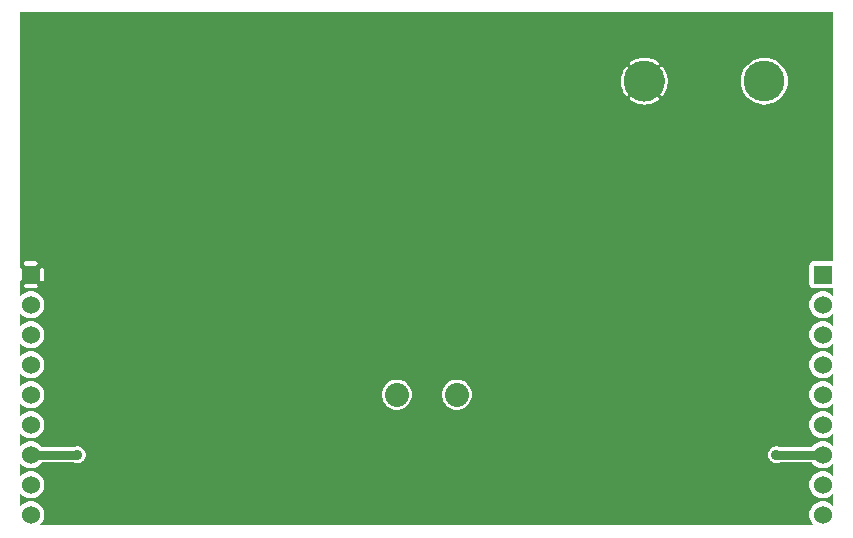
<source format=gbr>
G04 start of page 3 for group 1 idx 1 *
G04 Title: (unknown), bottom *
G04 Creator: pcb 20140316 *
G04 CreationDate: Thu 02 Jul 2020 08:53:44 PM GMT UTC *
G04 For: railfan *
G04 Format: Gerber/RS-274X *
G04 PCB-Dimensions (mil): 2750.00 2500.00 *
G04 PCB-Coordinate-Origin: lower left *
%MOIN*%
%FSLAX25Y25*%
%LNBOTTOM*%
%ADD32C,0.0315*%
%ADD31C,0.0960*%
%ADD30C,0.0420*%
%ADD29C,0.0200*%
%ADD28C,0.0360*%
%ADD27C,0.0800*%
%ADD26C,0.1360*%
%ADD25C,0.0600*%
%ADD24C,0.0300*%
%ADD23C,0.0001*%
G54D23*G36*
X249988Y173000D02*X273000D01*
Y89916D01*
X272965Y89931D01*
X272735Y89986D01*
X272500Y90000D01*
X266265Y89986D01*
X266035Y89931D01*
X265817Y89841D01*
X265616Y89717D01*
X265436Y89564D01*
X265283Y89384D01*
X265159Y89183D01*
X265069Y88965D01*
X265014Y88735D01*
X265000Y88500D01*
X265014Y82265D01*
X265069Y82035D01*
X265159Y81817D01*
X265283Y81616D01*
X265436Y81436D01*
X265616Y81283D01*
X265817Y81159D01*
X266035Y81069D01*
X266265Y81014D01*
X266500Y81000D01*
X272735Y81014D01*
X272965Y81069D01*
X273000Y81084D01*
Y78331D01*
X272692Y78692D01*
X272153Y79152D01*
X271549Y79522D01*
X270895Y79793D01*
X270206Y79958D01*
X269500Y80014D01*
X268794Y79958D01*
X268105Y79793D01*
X267451Y79522D01*
X266847Y79152D01*
X266308Y78692D01*
X265848Y78153D01*
X265478Y77549D01*
X265207Y76895D01*
X265042Y76206D01*
X264986Y75500D01*
X265042Y74794D01*
X265207Y74105D01*
X265478Y73451D01*
X265848Y72847D01*
X266308Y72308D01*
X266847Y71848D01*
X267451Y71478D01*
X268105Y71207D01*
X268794Y71042D01*
X269500Y70986D01*
X270206Y71042D01*
X270895Y71207D01*
X271549Y71478D01*
X272153Y71848D01*
X272692Y72308D01*
X273000Y72669D01*
Y68331D01*
X272692Y68692D01*
X272153Y69152D01*
X271549Y69522D01*
X270895Y69793D01*
X270206Y69958D01*
X269500Y70014D01*
X268794Y69958D01*
X268105Y69793D01*
X267451Y69522D01*
X266847Y69152D01*
X266308Y68692D01*
X265848Y68153D01*
X265478Y67549D01*
X265207Y66895D01*
X265042Y66206D01*
X264986Y65500D01*
X265042Y64794D01*
X265207Y64105D01*
X265478Y63451D01*
X265848Y62847D01*
X266308Y62308D01*
X266847Y61848D01*
X267451Y61478D01*
X268105Y61207D01*
X268794Y61042D01*
X269500Y60986D01*
X270206Y61042D01*
X270895Y61207D01*
X271549Y61478D01*
X272153Y61848D01*
X272692Y62308D01*
X273000Y62669D01*
Y58331D01*
X272692Y58692D01*
X272153Y59152D01*
X271549Y59522D01*
X270895Y59793D01*
X270206Y59958D01*
X269500Y60014D01*
X268794Y59958D01*
X268105Y59793D01*
X267451Y59522D01*
X266847Y59152D01*
X266308Y58692D01*
X265848Y58153D01*
X265478Y57549D01*
X265207Y56895D01*
X265042Y56206D01*
X264986Y55500D01*
X265042Y54794D01*
X265207Y54105D01*
X265478Y53451D01*
X265848Y52847D01*
X266308Y52308D01*
X266847Y51848D01*
X267451Y51478D01*
X268105Y51207D01*
X268794Y51042D01*
X269500Y50986D01*
X270206Y51042D01*
X270895Y51207D01*
X271549Y51478D01*
X272153Y51848D01*
X272692Y52308D01*
X273000Y52669D01*
Y48331D01*
X272692Y48692D01*
X272153Y49152D01*
X271549Y49522D01*
X270895Y49793D01*
X270206Y49958D01*
X269500Y50014D01*
X268794Y49958D01*
X268105Y49793D01*
X267451Y49522D01*
X266847Y49152D01*
X266308Y48692D01*
X265848Y48153D01*
X265478Y47549D01*
X265207Y46895D01*
X265042Y46206D01*
X264986Y45500D01*
X265042Y44794D01*
X265207Y44105D01*
X265478Y43451D01*
X265848Y42847D01*
X266308Y42308D01*
X266847Y41848D01*
X267451Y41478D01*
X268105Y41207D01*
X268794Y41042D01*
X269500Y40986D01*
X270206Y41042D01*
X270895Y41207D01*
X271549Y41478D01*
X272153Y41848D01*
X272692Y42308D01*
X273000Y42669D01*
Y38331D01*
X272692Y38692D01*
X272153Y39152D01*
X271549Y39522D01*
X270895Y39793D01*
X270206Y39958D01*
X269500Y40014D01*
X268794Y39958D01*
X268105Y39793D01*
X267451Y39522D01*
X266847Y39152D01*
X266308Y38692D01*
X265848Y38153D01*
X265478Y37549D01*
X265207Y36895D01*
X265042Y36206D01*
X264986Y35500D01*
X265042Y34794D01*
X265207Y34105D01*
X265478Y33451D01*
X265848Y32847D01*
X266308Y32308D01*
X266847Y31848D01*
X267451Y31478D01*
X268105Y31207D01*
X268794Y31042D01*
X269500Y30986D01*
X270206Y31042D01*
X270895Y31207D01*
X271549Y31478D01*
X272153Y31848D01*
X272692Y32308D01*
X273000Y32669D01*
Y28331D01*
X272692Y28692D01*
X272153Y29152D01*
X271549Y29522D01*
X270895Y29793D01*
X270206Y29958D01*
X269500Y30014D01*
X268794Y29958D01*
X268105Y29793D01*
X267451Y29522D01*
X266847Y29152D01*
X266308Y28692D01*
X265848Y28153D01*
X265754Y28000D01*
X255279D01*
X255275Y28003D01*
X254868Y28171D01*
X254439Y28274D01*
X254000Y28309D01*
X253561Y28274D01*
X253132Y28171D01*
X252725Y28003D01*
X252349Y27772D01*
X252014Y27486D01*
X251728Y27151D01*
X251497Y26775D01*
X251329Y26368D01*
X251226Y25939D01*
X251191Y25500D01*
X251226Y25061D01*
X251329Y24632D01*
X251497Y24225D01*
X251728Y23849D01*
X252014Y23514D01*
X252349Y23228D01*
X252725Y22997D01*
X253132Y22829D01*
X253561Y22726D01*
X254000Y22691D01*
X254439Y22726D01*
X254868Y22829D01*
X255275Y22997D01*
X255279Y23000D01*
X265754D01*
X265848Y22847D01*
X266308Y22308D01*
X266847Y21848D01*
X267451Y21478D01*
X268105Y21207D01*
X268794Y21042D01*
X269500Y20986D01*
X270206Y21042D01*
X270895Y21207D01*
X271549Y21478D01*
X272153Y21848D01*
X272692Y22308D01*
X273000Y22669D01*
Y18331D01*
X272692Y18692D01*
X272153Y19152D01*
X271549Y19522D01*
X270895Y19793D01*
X270206Y19958D01*
X269500Y20014D01*
X268794Y19958D01*
X268105Y19793D01*
X267451Y19522D01*
X266847Y19152D01*
X266308Y18692D01*
X265848Y18153D01*
X265478Y17549D01*
X265207Y16895D01*
X265042Y16206D01*
X264986Y15500D01*
X265042Y14794D01*
X265207Y14105D01*
X265478Y13451D01*
X265848Y12847D01*
X266308Y12308D01*
X266847Y11848D01*
X267451Y11478D01*
X268105Y11207D01*
X268794Y11042D01*
X269500Y10986D01*
X270206Y11042D01*
X270895Y11207D01*
X271549Y11478D01*
X272153Y11848D01*
X272692Y12308D01*
X273000Y12669D01*
Y8331D01*
X272692Y8692D01*
X272153Y9152D01*
X271549Y9522D01*
X270895Y9793D01*
X270206Y9958D01*
X269500Y10014D01*
X268794Y9958D01*
X268105Y9793D01*
X267451Y9522D01*
X266847Y9152D01*
X266308Y8692D01*
X265848Y8153D01*
X265478Y7549D01*
X265207Y6895D01*
X265042Y6206D01*
X264986Y5500D01*
X265042Y4794D01*
X265207Y4105D01*
X265478Y3451D01*
X265848Y2847D01*
X266308Y2308D01*
X266669Y2000D01*
X249988D01*
Y142177D01*
X250000Y142176D01*
X251224Y142272D01*
X252418Y142559D01*
X253552Y143029D01*
X254599Y143670D01*
X255532Y144468D01*
X256330Y145401D01*
X256971Y146448D01*
X257441Y147582D01*
X257728Y148776D01*
X257800Y150000D01*
X257728Y151224D01*
X257441Y152418D01*
X256971Y153552D01*
X256330Y154599D01*
X255532Y155532D01*
X254599Y156330D01*
X253552Y156971D01*
X252418Y157441D01*
X251224Y157728D01*
X250000Y157824D01*
X249988Y157823D01*
Y173000D01*
G37*
G36*
X216559Y151781D02*X216684Y151253D01*
X216771Y150629D01*
X216800Y150000D01*
X216771Y149371D01*
X216684Y148747D01*
X216559Y148219D01*
Y151781D01*
G37*
G36*
Y173000D02*X249988D01*
Y157823D01*
X248776Y157728D01*
X247582Y157441D01*
X246448Y156971D01*
X245401Y156330D01*
X244468Y155532D01*
X243670Y154599D01*
X243029Y153552D01*
X242559Y152418D01*
X242272Y151224D01*
X242176Y150000D01*
X242272Y148776D01*
X242559Y147582D01*
X243029Y146448D01*
X243670Y145401D01*
X244468Y144468D01*
X245401Y143670D01*
X246448Y143029D01*
X247582Y142559D01*
X248776Y142272D01*
X249988Y142177D01*
Y2000D01*
X216559D01*
Y145775D01*
X216633Y145880D01*
X216986Y146511D01*
X217278Y147173D01*
X217509Y147858D01*
X217675Y148562D01*
X217775Y149278D01*
X217808Y150000D01*
X217775Y150722D01*
X217675Y151438D01*
X217509Y152142D01*
X217278Y152827D01*
X216986Y153489D01*
X216633Y154120D01*
X216559Y154228D01*
Y173000D01*
G37*
G36*
X210004D02*X216559D01*
Y154228D01*
X216224Y154716D01*
X216171Y154776D01*
X216109Y154826D01*
X216040Y154867D01*
X215966Y154896D01*
X215888Y154913D01*
X215808Y154917D01*
X215729Y154910D01*
X215651Y154889D01*
X215578Y154857D01*
X215511Y154814D01*
X215451Y154761D01*
X215401Y154699D01*
X215360Y154630D01*
X215331Y154556D01*
X215314Y154478D01*
X215310Y154398D01*
X215318Y154319D01*
X215338Y154242D01*
X215370Y154169D01*
X215414Y154102D01*
X215777Y153588D01*
X216084Y153038D01*
X216339Y152462D01*
X216539Y151865D01*
X216559Y151781D01*
Y148219D01*
X216539Y148135D01*
X216339Y147538D01*
X216084Y146962D01*
X215777Y146412D01*
X215420Y145893D01*
X215376Y145828D01*
X215345Y145756D01*
X215325Y145680D01*
X215317Y145601D01*
X215322Y145523D01*
X215338Y145446D01*
X215367Y145373D01*
X215407Y145305D01*
X215457Y145244D01*
X215516Y145192D01*
X215582Y145149D01*
X215654Y145118D01*
X215730Y145098D01*
X215808Y145090D01*
X215887Y145095D01*
X215964Y145111D01*
X216037Y145140D01*
X216105Y145180D01*
X216166Y145230D01*
X216217Y145289D01*
X216559Y145775D01*
Y2000D01*
X210004D01*
Y142192D01*
X210722Y142225D01*
X211438Y142325D01*
X212142Y142491D01*
X212827Y142722D01*
X213489Y143014D01*
X214120Y143367D01*
X214716Y143776D01*
X214776Y143829D01*
X214826Y143891D01*
X214867Y143960D01*
X214896Y144034D01*
X214913Y144112D01*
X214917Y144192D01*
X214910Y144271D01*
X214889Y144349D01*
X214857Y144422D01*
X214814Y144489D01*
X214761Y144549D01*
X214699Y144599D01*
X214630Y144640D01*
X214556Y144669D01*
X214478Y144686D01*
X214398Y144690D01*
X214319Y144682D01*
X214242Y144662D01*
X214169Y144630D01*
X214102Y144586D01*
X213588Y144223D01*
X213038Y143916D01*
X212462Y143661D01*
X211865Y143461D01*
X211253Y143316D01*
X210629Y143229D01*
X210004Y143200D01*
Y156800D01*
X210629Y156771D01*
X211253Y156684D01*
X211865Y156539D01*
X212462Y156339D01*
X213038Y156084D01*
X213588Y155777D01*
X214107Y155420D01*
X214172Y155376D01*
X214244Y155345D01*
X214320Y155325D01*
X214399Y155317D01*
X214477Y155322D01*
X214554Y155338D01*
X214627Y155367D01*
X214695Y155407D01*
X214756Y155457D01*
X214808Y155516D01*
X214851Y155582D01*
X214882Y155654D01*
X214902Y155730D01*
X214910Y155808D01*
X214905Y155887D01*
X214889Y155964D01*
X214860Y156037D01*
X214820Y156105D01*
X214770Y156166D01*
X214711Y156217D01*
X214120Y156633D01*
X213489Y156986D01*
X212827Y157278D01*
X212142Y157509D01*
X211438Y157675D01*
X210722Y157775D01*
X210004Y157808D01*
Y173000D01*
G37*
G36*
X203441D02*X210004D01*
Y157808D01*
X210000Y157808D01*
X209278Y157775D01*
X208562Y157675D01*
X207858Y157509D01*
X207173Y157278D01*
X206511Y156986D01*
X205880Y156633D01*
X205284Y156224D01*
X205224Y156171D01*
X205174Y156109D01*
X205133Y156040D01*
X205104Y155966D01*
X205087Y155888D01*
X205083Y155808D01*
X205090Y155729D01*
X205111Y155651D01*
X205143Y155578D01*
X205186Y155511D01*
X205239Y155451D01*
X205301Y155401D01*
X205370Y155360D01*
X205444Y155331D01*
X205522Y155314D01*
X205602Y155310D01*
X205681Y155318D01*
X205758Y155338D01*
X205831Y155370D01*
X205898Y155414D01*
X206412Y155777D01*
X206962Y156084D01*
X207538Y156339D01*
X208135Y156539D01*
X208747Y156684D01*
X209371Y156771D01*
X210000Y156800D01*
X210004Y156800D01*
Y143200D01*
X210000Y143200D01*
X209371Y143229D01*
X208747Y143316D01*
X208135Y143461D01*
X207538Y143661D01*
X206962Y143916D01*
X206412Y144223D01*
X205893Y144580D01*
X205828Y144624D01*
X205756Y144655D01*
X205680Y144675D01*
X205601Y144683D01*
X205523Y144678D01*
X205446Y144662D01*
X205373Y144633D01*
X205305Y144593D01*
X205244Y144543D01*
X205192Y144484D01*
X205149Y144418D01*
X205118Y144346D01*
X205098Y144270D01*
X205090Y144192D01*
X205095Y144113D01*
X205111Y144036D01*
X205140Y143963D01*
X205180Y143895D01*
X205230Y143834D01*
X205289Y143783D01*
X205880Y143367D01*
X206511Y143014D01*
X207173Y142722D01*
X207858Y142491D01*
X208562Y142325D01*
X209278Y142225D01*
X210000Y142192D01*
X210004Y142192D01*
Y2000D01*
X203441D01*
Y145772D01*
X203776Y145284D01*
X203829Y145224D01*
X203891Y145174D01*
X203960Y145133D01*
X204034Y145104D01*
X204112Y145087D01*
X204192Y145083D01*
X204271Y145090D01*
X204349Y145111D01*
X204422Y145143D01*
X204489Y145186D01*
X204549Y145239D01*
X204599Y145301D01*
X204640Y145370D01*
X204669Y145444D01*
X204686Y145522D01*
X204690Y145602D01*
X204682Y145681D01*
X204662Y145758D01*
X204630Y145831D01*
X204586Y145898D01*
X204223Y146412D01*
X203916Y146962D01*
X203661Y147538D01*
X203461Y148135D01*
X203441Y148219D01*
Y151781D01*
X203461Y151865D01*
X203661Y152462D01*
X203916Y153038D01*
X204223Y153588D01*
X204580Y154107D01*
X204624Y154172D01*
X204655Y154244D01*
X204675Y154320D01*
X204683Y154399D01*
X204678Y154477D01*
X204662Y154554D01*
X204633Y154627D01*
X204593Y154695D01*
X204543Y154756D01*
X204484Y154808D01*
X204418Y154851D01*
X204346Y154882D01*
X204270Y154902D01*
X204192Y154910D01*
X204113Y154905D01*
X204036Y154889D01*
X203963Y154860D01*
X203895Y154820D01*
X203834Y154770D01*
X203783Y154711D01*
X203441Y154225D01*
Y173000D01*
G37*
G36*
Y148219D02*X203316Y148747D01*
X203229Y149371D01*
X203200Y150000D01*
X203229Y150629D01*
X203316Y151253D01*
X203441Y151781D01*
Y148219D01*
G37*
G36*
X147492Y173000D02*X203441D01*
Y154225D01*
X203367Y154120D01*
X203014Y153489D01*
X202722Y152827D01*
X202491Y152142D01*
X202325Y151438D01*
X202225Y150722D01*
X202192Y150000D01*
X202225Y149278D01*
X202325Y148562D01*
X202491Y147858D01*
X202722Y147173D01*
X203014Y146511D01*
X203367Y145880D01*
X203441Y145772D01*
Y2000D01*
X147492D01*
Y40485D01*
X147500Y40485D01*
X148285Y40546D01*
X149050Y40730D01*
X149777Y41031D01*
X150448Y41442D01*
X151046Y41954D01*
X151558Y42552D01*
X151969Y43223D01*
X152270Y43950D01*
X152454Y44715D01*
X152500Y45500D01*
X152454Y46285D01*
X152270Y47050D01*
X151969Y47777D01*
X151558Y48448D01*
X151046Y49046D01*
X150448Y49558D01*
X149777Y49969D01*
X149050Y50270D01*
X148285Y50454D01*
X147500Y50515D01*
X147492Y50515D01*
Y173000D01*
G37*
G36*
X127492D02*X147492D01*
Y50515D01*
X146715Y50454D01*
X145950Y50270D01*
X145223Y49969D01*
X144552Y49558D01*
X143954Y49046D01*
X143442Y48448D01*
X143031Y47777D01*
X142730Y47050D01*
X142546Y46285D01*
X142485Y45500D01*
X142546Y44715D01*
X142730Y43950D01*
X143031Y43223D01*
X143442Y42552D01*
X143954Y41954D01*
X144552Y41442D01*
X145223Y41031D01*
X145950Y40730D01*
X146715Y40546D01*
X147492Y40485D01*
Y2000D01*
X127492D01*
Y40485D01*
X127500Y40485D01*
X128285Y40546D01*
X129050Y40730D01*
X129777Y41031D01*
X130448Y41442D01*
X131046Y41954D01*
X131558Y42552D01*
X131969Y43223D01*
X132270Y43950D01*
X132454Y44715D01*
X132500Y45500D01*
X132454Y46285D01*
X132270Y47050D01*
X131969Y47777D01*
X131558Y48448D01*
X131046Y49046D01*
X130448Y49558D01*
X129777Y49969D01*
X129050Y50270D01*
X128285Y50454D01*
X127500Y50515D01*
X127492Y50515D01*
Y173000D01*
G37*
G36*
X9250Y23000D02*X19721D01*
X19725Y22997D01*
X20132Y22829D01*
X20561Y22726D01*
X21000Y22691D01*
X21439Y22726D01*
X21868Y22829D01*
X22275Y22997D01*
X22651Y23228D01*
X22986Y23514D01*
X23272Y23849D01*
X23503Y24225D01*
X23671Y24632D01*
X23774Y25061D01*
X23800Y25500D01*
X23774Y25939D01*
X23671Y26368D01*
X23503Y26775D01*
X23272Y27151D01*
X22986Y27486D01*
X22651Y27772D01*
X22275Y28003D01*
X21868Y28171D01*
X21439Y28274D01*
X21000Y28309D01*
X20561Y28274D01*
X20132Y28171D01*
X19725Y28003D01*
X19721Y28000D01*
X9250D01*
Y33007D01*
X9522Y33451D01*
X9793Y34105D01*
X9958Y34794D01*
X10000Y35500D01*
X9958Y36206D01*
X9793Y36895D01*
X9522Y37549D01*
X9250Y37993D01*
Y43007D01*
X9522Y43451D01*
X9793Y44105D01*
X9958Y44794D01*
X10000Y45500D01*
X9958Y46206D01*
X9793Y46895D01*
X9522Y47549D01*
X9250Y47993D01*
Y53007D01*
X9522Y53451D01*
X9793Y54105D01*
X9958Y54794D01*
X10000Y55500D01*
X9958Y56206D01*
X9793Y56895D01*
X9522Y57549D01*
X9250Y57993D01*
Y63007D01*
X9522Y63451D01*
X9793Y64105D01*
X9958Y64794D01*
X10000Y65500D01*
X9958Y66206D01*
X9793Y66895D01*
X9522Y67549D01*
X9250Y67993D01*
Y73007D01*
X9522Y73451D01*
X9793Y74105D01*
X9958Y74794D01*
X10000Y75500D01*
X9958Y76206D01*
X9793Y76895D01*
X9522Y77549D01*
X9250Y77993D01*
Y83248D01*
X9368Y83257D01*
X9482Y83285D01*
X9592Y83330D01*
X9692Y83391D01*
X9782Y83468D01*
X9859Y83558D01*
X9920Y83658D01*
X9965Y83768D01*
X9993Y83882D01*
X10000Y84000D01*
Y87000D01*
X9993Y87118D01*
X9965Y87232D01*
X9920Y87342D01*
X9859Y87442D01*
X9782Y87532D01*
X9692Y87609D01*
X9592Y87670D01*
X9482Y87715D01*
X9368Y87743D01*
X9250Y87752D01*
Y173000D01*
X127492D01*
Y50515D01*
X126715Y50454D01*
X125950Y50270D01*
X125223Y49969D01*
X124552Y49558D01*
X123954Y49046D01*
X123442Y48448D01*
X123031Y47777D01*
X122730Y47050D01*
X122546Y46285D01*
X122485Y45500D01*
X122546Y44715D01*
X122730Y43950D01*
X123031Y43223D01*
X123442Y42552D01*
X123954Y41954D01*
X124552Y41442D01*
X125223Y41031D01*
X125950Y40730D01*
X126715Y40546D01*
X127492Y40485D01*
Y2000D01*
X9250D01*
Y3007D01*
X9522Y3451D01*
X9793Y4105D01*
X9958Y4794D01*
X10000Y5500D01*
X9958Y6206D01*
X9793Y6895D01*
X9522Y7549D01*
X9250Y7993D01*
Y13007D01*
X9522Y13451D01*
X9793Y14105D01*
X9958Y14794D01*
X10000Y15500D01*
X9958Y16206D01*
X9793Y16895D01*
X9522Y17549D01*
X9250Y17993D01*
Y23000D01*
G37*
G36*
Y7993D02*X9152Y8153D01*
X8692Y8692D01*
X8153Y9152D01*
X7549Y9522D01*
X6895Y9793D01*
X6206Y9958D01*
X5500Y10014D01*
Y10986D01*
X6206Y11042D01*
X6895Y11207D01*
X7549Y11478D01*
X8153Y11848D01*
X8692Y12308D01*
X9152Y12847D01*
X9250Y13007D01*
Y7993D01*
G37*
G36*
Y2000D02*X8331D01*
X8692Y2308D01*
X9152Y2847D01*
X9250Y3007D01*
Y2000D01*
G37*
G36*
Y77993D02*X9152Y78153D01*
X8692Y78692D01*
X8153Y79152D01*
X7549Y79522D01*
X6895Y79793D01*
X6206Y79958D01*
X5500Y80014D01*
Y81000D01*
X7000D01*
X7118Y81007D01*
X7232Y81035D01*
X7342Y81080D01*
X7442Y81141D01*
X7532Y81218D01*
X7609Y81308D01*
X7670Y81408D01*
X7715Y81518D01*
X7743Y81632D01*
X7752Y81750D01*
X7743Y81868D01*
X7715Y81982D01*
X7670Y82092D01*
X7609Y82192D01*
X7532Y82282D01*
X7442Y82359D01*
X7342Y82420D01*
X7232Y82465D01*
X7118Y82493D01*
X7000Y82500D01*
X5500D01*
Y88500D01*
X7000D01*
X7118Y88507D01*
X7232Y88535D01*
X7342Y88580D01*
X7442Y88641D01*
X7532Y88718D01*
X7609Y88808D01*
X7670Y88908D01*
X7715Y89018D01*
X7743Y89132D01*
X7752Y89250D01*
X7743Y89368D01*
X7715Y89482D01*
X7670Y89592D01*
X7609Y89692D01*
X7532Y89782D01*
X7442Y89859D01*
X7342Y89920D01*
X7232Y89965D01*
X7118Y89993D01*
X7000Y90000D01*
X5500D01*
Y173000D01*
X9250D01*
Y87752D01*
X9132Y87743D01*
X9018Y87715D01*
X8908Y87670D01*
X8808Y87609D01*
X8718Y87532D01*
X8641Y87442D01*
X8580Y87342D01*
X8535Y87232D01*
X8507Y87118D01*
X8500Y87000D01*
Y84000D01*
X8507Y83882D01*
X8535Y83768D01*
X8580Y83658D01*
X8641Y83558D01*
X8718Y83468D01*
X8808Y83391D01*
X8908Y83330D01*
X9018Y83285D01*
X9132Y83257D01*
X9250Y83248D01*
Y77993D01*
G37*
G36*
Y67993D02*X9152Y68153D01*
X8692Y68692D01*
X8153Y69152D01*
X7549Y69522D01*
X6895Y69793D01*
X6206Y69958D01*
X5500Y70014D01*
Y70986D01*
X6206Y71042D01*
X6895Y71207D01*
X7549Y71478D01*
X8153Y71848D01*
X8692Y72308D01*
X9152Y72847D01*
X9250Y73007D01*
Y67993D01*
G37*
G36*
Y57993D02*X9152Y58153D01*
X8692Y58692D01*
X8153Y59152D01*
X7549Y59522D01*
X6895Y59793D01*
X6206Y59958D01*
X5500Y60014D01*
Y60986D01*
X6206Y61042D01*
X6895Y61207D01*
X7549Y61478D01*
X8153Y61848D01*
X8692Y62308D01*
X9152Y62847D01*
X9250Y63007D01*
Y57993D01*
G37*
G36*
Y47993D02*X9152Y48153D01*
X8692Y48692D01*
X8153Y49152D01*
X7549Y49522D01*
X6895Y49793D01*
X6206Y49958D01*
X5500Y50014D01*
Y50986D01*
X6206Y51042D01*
X6895Y51207D01*
X7549Y51478D01*
X8153Y51848D01*
X8692Y52308D01*
X9152Y52847D01*
X9250Y53007D01*
Y47993D01*
G37*
G36*
Y37993D02*X9152Y38153D01*
X8692Y38692D01*
X8153Y39152D01*
X7549Y39522D01*
X6895Y39793D01*
X6206Y39958D01*
X5500Y40014D01*
Y40986D01*
X6206Y41042D01*
X6895Y41207D01*
X7549Y41478D01*
X8153Y41848D01*
X8692Y42308D01*
X9152Y42847D01*
X9250Y43007D01*
Y37993D01*
G37*
G36*
Y28000D02*X9246D01*
X9152Y28153D01*
X8692Y28692D01*
X8153Y29152D01*
X7549Y29522D01*
X6895Y29793D01*
X6206Y29958D01*
X5500Y30014D01*
Y30986D01*
X6206Y31042D01*
X6895Y31207D01*
X7549Y31478D01*
X8153Y31848D01*
X8692Y32308D01*
X9152Y32847D01*
X9250Y33007D01*
Y28000D01*
G37*
G36*
X9246Y23000D02*X9250D01*
Y17993D01*
X9152Y18153D01*
X8692Y18692D01*
X8153Y19152D01*
X7549Y19522D01*
X6895Y19793D01*
X6206Y19958D01*
X5500Y20014D01*
Y20986D01*
X6206Y21042D01*
X6895Y21207D01*
X7549Y21478D01*
X8153Y21848D01*
X8692Y22308D01*
X9152Y22847D01*
X9246Y23000D01*
G37*
G36*
X5500Y20014D02*X5500D01*
X4794Y19958D01*
X4105Y19793D01*
X3451Y19522D01*
X2847Y19152D01*
X2308Y18692D01*
X2000Y18331D01*
Y22669D01*
X2308Y22308D01*
X2847Y21848D01*
X3451Y21478D01*
X4105Y21207D01*
X4794Y21042D01*
X5500Y20986D01*
X5500D01*
Y20014D01*
G37*
G36*
Y10014D02*X5500D01*
X4794Y9958D01*
X4105Y9793D01*
X3451Y9522D01*
X2847Y9152D01*
X2308Y8692D01*
X2000Y8331D01*
Y12669D01*
X2308Y12308D01*
X2847Y11848D01*
X3451Y11478D01*
X4105Y11207D01*
X4794Y11042D01*
X5500Y10986D01*
X5500D01*
Y10014D01*
G37*
G36*
Y80014D02*X5500D01*
X4794Y79958D01*
X4105Y79793D01*
X3451Y79522D01*
X2847Y79152D01*
X2308Y78692D01*
X2000Y78331D01*
Y83292D01*
X2092Y83330D01*
X2192Y83391D01*
X2282Y83468D01*
X2359Y83558D01*
X2420Y83658D01*
X2465Y83768D01*
X2493Y83882D01*
X2500Y84000D01*
Y87000D01*
X2493Y87118D01*
X2465Y87232D01*
X2420Y87342D01*
X2359Y87442D01*
X2282Y87532D01*
X2192Y87609D01*
X2092Y87670D01*
X2000Y87708D01*
Y173000D01*
X5500D01*
Y90000D01*
X4000D01*
X3882Y89993D01*
X3768Y89965D01*
X3658Y89920D01*
X3558Y89859D01*
X3468Y89782D01*
X3391Y89692D01*
X3330Y89592D01*
X3285Y89482D01*
X3257Y89368D01*
X3248Y89250D01*
X3257Y89132D01*
X3285Y89018D01*
X3330Y88908D01*
X3391Y88808D01*
X3468Y88718D01*
X3558Y88641D01*
X3658Y88580D01*
X3768Y88535D01*
X3882Y88507D01*
X4000Y88500D01*
X5500D01*
Y82500D01*
X4000D01*
X3882Y82493D01*
X3768Y82465D01*
X3658Y82420D01*
X3558Y82359D01*
X3468Y82282D01*
X3391Y82192D01*
X3330Y82092D01*
X3285Y81982D01*
X3257Y81868D01*
X3248Y81750D01*
X3257Y81632D01*
X3285Y81518D01*
X3330Y81408D01*
X3391Y81308D01*
X3468Y81218D01*
X3558Y81141D01*
X3658Y81080D01*
X3768Y81035D01*
X3882Y81007D01*
X4000Y81000D01*
X5500D01*
Y80014D01*
G37*
G36*
Y70014D02*X5500D01*
X4794Y69958D01*
X4105Y69793D01*
X3451Y69522D01*
X2847Y69152D01*
X2308Y68692D01*
X2000Y68331D01*
Y72669D01*
X2308Y72308D01*
X2847Y71848D01*
X3451Y71478D01*
X4105Y71207D01*
X4794Y71042D01*
X5500Y70986D01*
X5500D01*
Y70014D01*
G37*
G36*
Y60014D02*X5500D01*
X4794Y59958D01*
X4105Y59793D01*
X3451Y59522D01*
X2847Y59152D01*
X2308Y58692D01*
X2000Y58331D01*
Y62669D01*
X2308Y62308D01*
X2847Y61848D01*
X3451Y61478D01*
X4105Y61207D01*
X4794Y61042D01*
X5500Y60986D01*
X5500D01*
Y60014D01*
G37*
G36*
Y50014D02*X5500D01*
X4794Y49958D01*
X4105Y49793D01*
X3451Y49522D01*
X2847Y49152D01*
X2308Y48692D01*
X2000Y48331D01*
Y52669D01*
X2308Y52308D01*
X2847Y51848D01*
X3451Y51478D01*
X4105Y51207D01*
X4794Y51042D01*
X5500Y50986D01*
X5500D01*
Y50014D01*
G37*
G36*
Y40014D02*X5500D01*
X4794Y39958D01*
X4105Y39793D01*
X3451Y39522D01*
X2847Y39152D01*
X2308Y38692D01*
X2000Y38331D01*
Y42669D01*
X2308Y42308D01*
X2847Y41848D01*
X3451Y41478D01*
X4105Y41207D01*
X4794Y41042D01*
X5500Y40986D01*
X5500D01*
Y40014D01*
G37*
G36*
Y30014D02*X5500D01*
X4794Y29958D01*
X4105Y29793D01*
X3451Y29522D01*
X2847Y29152D01*
X2308Y28692D01*
X2000Y28331D01*
Y32669D01*
X2308Y32308D01*
X2847Y31848D01*
X3451Y31478D01*
X4105Y31207D01*
X4794Y31042D01*
X5500Y30986D01*
X5500D01*
Y30014D01*
G37*
G54D24*X269500Y25500D02*X254000D01*
X5500D02*X21000D01*
G54D23*G36*
X266500Y88500D02*Y82500D01*
X272500D01*
Y88500D01*
X266500D01*
G37*
G54D25*X269500Y75500D03*
Y65500D03*
Y55500D03*
Y45500D03*
Y35500D03*
Y25500D03*
Y15500D03*
Y5500D03*
G54D26*X250000Y150000D03*
X210000D03*
G54D25*X5500Y55500D03*
Y45500D03*
Y35500D03*
Y25500D03*
G54D23*G36*
X2500Y88500D02*Y82500D01*
X8500D01*
Y88500D01*
X2500D01*
G37*
G54D25*X5500Y75500D03*
Y65500D03*
Y15500D03*
Y5500D03*
G54D27*X127500Y45500D03*
X147500D03*
G54D28*X254000Y25500D03*
X21000D03*
G54D29*G54D30*G54D31*G54D30*G54D32*M02*

</source>
